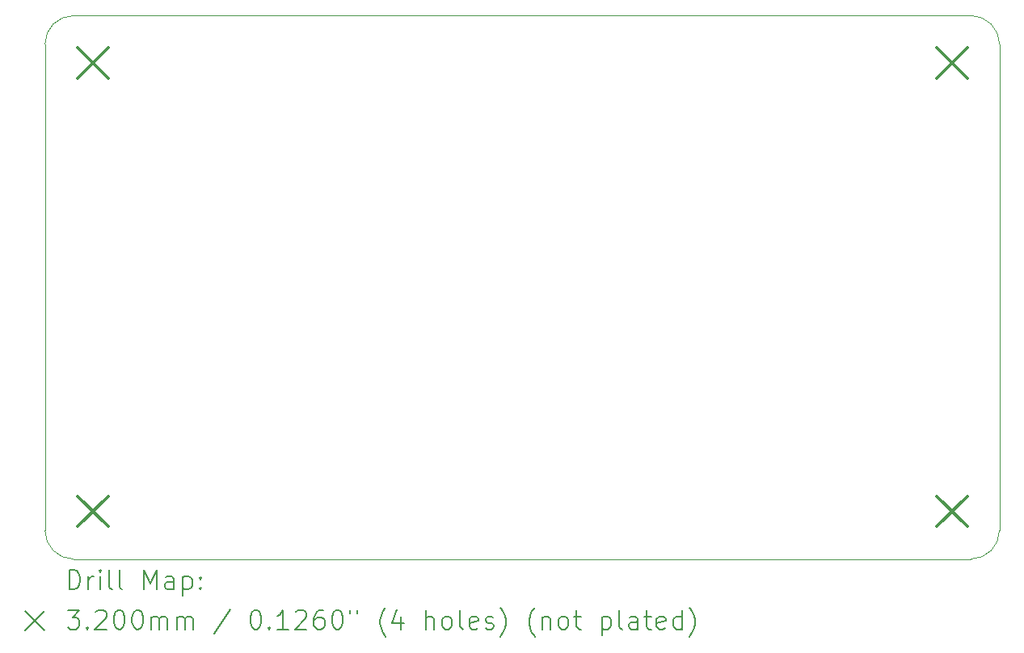
<source format=gbr>
%TF.GenerationSoftware,KiCad,Pcbnew,8.0.4+dfsg-1*%
%TF.CreationDate,2025-03-28T09:18:50+01:00*%
%TF.ProjectId,MiSTeryShield20kRPiPicoUSB,4d695354-6572-4795-9368-69656c643230,V2*%
%TF.SameCoordinates,Original*%
%TF.FileFunction,Drillmap*%
%TF.FilePolarity,Positive*%
%FSLAX45Y45*%
G04 Gerber Fmt 4.5, Leading zero omitted, Abs format (unit mm)*
G04 Created by KiCad (PCBNEW 8.0.4+dfsg-1) date 2025-03-28 09:18:50*
%MOMM*%
%LPD*%
G01*
G04 APERTURE LIST*
%ADD10C,0.100000*%
%ADD11C,0.200000*%
%ADD12C,0.320000*%
G04 APERTURE END LIST*
D10*
X16889200Y-3860000D02*
G75*
G02*
X17189200Y-4160000I0J-300000D01*
G01*
X16889200Y-3860000D02*
X7489200Y-3860000D01*
X17189200Y-9260000D02*
X17189200Y-4160000D01*
X7489200Y-9560000D02*
X16889200Y-9560000D01*
X7489200Y-9560000D02*
G75*
G02*
X7189200Y-9260000I0J300000D01*
G01*
X7189200Y-4160000D02*
X7189200Y-9260000D01*
X7189200Y-4160000D02*
G75*
G02*
X7489200Y-3860000I300000J0D01*
G01*
X17189200Y-9260000D02*
G75*
G02*
X16889200Y-9560000I-300000J0D01*
G01*
D11*
D12*
X7529200Y-4200000D02*
X7849200Y-4520000D01*
X7849200Y-4200000D02*
X7529200Y-4520000D01*
X7529200Y-8900000D02*
X7849200Y-9220000D01*
X7849200Y-8900000D02*
X7529200Y-9220000D01*
X16529200Y-4200000D02*
X16849200Y-4520000D01*
X16849200Y-4200000D02*
X16529200Y-4520000D01*
X16529200Y-8900000D02*
X16849200Y-9220000D01*
X16849200Y-8900000D02*
X16529200Y-9220000D01*
D11*
X7444977Y-9876484D02*
X7444977Y-9676484D01*
X7444977Y-9676484D02*
X7492596Y-9676484D01*
X7492596Y-9676484D02*
X7521167Y-9686008D01*
X7521167Y-9686008D02*
X7540215Y-9705055D01*
X7540215Y-9705055D02*
X7549739Y-9724103D01*
X7549739Y-9724103D02*
X7559262Y-9762198D01*
X7559262Y-9762198D02*
X7559262Y-9790770D01*
X7559262Y-9790770D02*
X7549739Y-9828865D01*
X7549739Y-9828865D02*
X7540215Y-9847912D01*
X7540215Y-9847912D02*
X7521167Y-9866960D01*
X7521167Y-9866960D02*
X7492596Y-9876484D01*
X7492596Y-9876484D02*
X7444977Y-9876484D01*
X7644977Y-9876484D02*
X7644977Y-9743150D01*
X7644977Y-9781246D02*
X7654501Y-9762198D01*
X7654501Y-9762198D02*
X7664024Y-9752674D01*
X7664024Y-9752674D02*
X7683072Y-9743150D01*
X7683072Y-9743150D02*
X7702120Y-9743150D01*
X7768786Y-9876484D02*
X7768786Y-9743150D01*
X7768786Y-9676484D02*
X7759262Y-9686008D01*
X7759262Y-9686008D02*
X7768786Y-9695531D01*
X7768786Y-9695531D02*
X7778310Y-9686008D01*
X7778310Y-9686008D02*
X7768786Y-9676484D01*
X7768786Y-9676484D02*
X7768786Y-9695531D01*
X7892596Y-9876484D02*
X7873548Y-9866960D01*
X7873548Y-9866960D02*
X7864024Y-9847912D01*
X7864024Y-9847912D02*
X7864024Y-9676484D01*
X7997358Y-9876484D02*
X7978310Y-9866960D01*
X7978310Y-9866960D02*
X7968786Y-9847912D01*
X7968786Y-9847912D02*
X7968786Y-9676484D01*
X8225929Y-9876484D02*
X8225929Y-9676484D01*
X8225929Y-9676484D02*
X8292596Y-9819341D01*
X8292596Y-9819341D02*
X8359262Y-9676484D01*
X8359262Y-9676484D02*
X8359262Y-9876484D01*
X8540215Y-9876484D02*
X8540215Y-9771722D01*
X8540215Y-9771722D02*
X8530691Y-9752674D01*
X8530691Y-9752674D02*
X8511644Y-9743150D01*
X8511644Y-9743150D02*
X8473548Y-9743150D01*
X8473548Y-9743150D02*
X8454501Y-9752674D01*
X8540215Y-9866960D02*
X8521167Y-9876484D01*
X8521167Y-9876484D02*
X8473548Y-9876484D01*
X8473548Y-9876484D02*
X8454501Y-9866960D01*
X8454501Y-9866960D02*
X8444977Y-9847912D01*
X8444977Y-9847912D02*
X8444977Y-9828865D01*
X8444977Y-9828865D02*
X8454501Y-9809817D01*
X8454501Y-9809817D02*
X8473548Y-9800293D01*
X8473548Y-9800293D02*
X8521167Y-9800293D01*
X8521167Y-9800293D02*
X8540215Y-9790770D01*
X8635453Y-9743150D02*
X8635453Y-9943150D01*
X8635453Y-9752674D02*
X8654501Y-9743150D01*
X8654501Y-9743150D02*
X8692596Y-9743150D01*
X8692596Y-9743150D02*
X8711644Y-9752674D01*
X8711644Y-9752674D02*
X8721167Y-9762198D01*
X8721167Y-9762198D02*
X8730691Y-9781246D01*
X8730691Y-9781246D02*
X8730691Y-9838389D01*
X8730691Y-9838389D02*
X8721167Y-9857436D01*
X8721167Y-9857436D02*
X8711644Y-9866960D01*
X8711644Y-9866960D02*
X8692596Y-9876484D01*
X8692596Y-9876484D02*
X8654501Y-9876484D01*
X8654501Y-9876484D02*
X8635453Y-9866960D01*
X8816405Y-9857436D02*
X8825929Y-9866960D01*
X8825929Y-9866960D02*
X8816405Y-9876484D01*
X8816405Y-9876484D02*
X8806882Y-9866960D01*
X8806882Y-9866960D02*
X8816405Y-9857436D01*
X8816405Y-9857436D02*
X8816405Y-9876484D01*
X8816405Y-9752674D02*
X8825929Y-9762198D01*
X8825929Y-9762198D02*
X8816405Y-9771722D01*
X8816405Y-9771722D02*
X8806882Y-9762198D01*
X8806882Y-9762198D02*
X8816405Y-9752674D01*
X8816405Y-9752674D02*
X8816405Y-9771722D01*
X6984200Y-10105000D02*
X7184200Y-10305000D01*
X7184200Y-10105000D02*
X6984200Y-10305000D01*
X7425929Y-10096484D02*
X7549739Y-10096484D01*
X7549739Y-10096484D02*
X7483072Y-10172674D01*
X7483072Y-10172674D02*
X7511643Y-10172674D01*
X7511643Y-10172674D02*
X7530691Y-10182198D01*
X7530691Y-10182198D02*
X7540215Y-10191722D01*
X7540215Y-10191722D02*
X7549739Y-10210770D01*
X7549739Y-10210770D02*
X7549739Y-10258389D01*
X7549739Y-10258389D02*
X7540215Y-10277436D01*
X7540215Y-10277436D02*
X7530691Y-10286960D01*
X7530691Y-10286960D02*
X7511643Y-10296484D01*
X7511643Y-10296484D02*
X7454501Y-10296484D01*
X7454501Y-10296484D02*
X7435453Y-10286960D01*
X7435453Y-10286960D02*
X7425929Y-10277436D01*
X7635453Y-10277436D02*
X7644977Y-10286960D01*
X7644977Y-10286960D02*
X7635453Y-10296484D01*
X7635453Y-10296484D02*
X7625929Y-10286960D01*
X7625929Y-10286960D02*
X7635453Y-10277436D01*
X7635453Y-10277436D02*
X7635453Y-10296484D01*
X7721167Y-10115531D02*
X7730691Y-10106008D01*
X7730691Y-10106008D02*
X7749739Y-10096484D01*
X7749739Y-10096484D02*
X7797358Y-10096484D01*
X7797358Y-10096484D02*
X7816405Y-10106008D01*
X7816405Y-10106008D02*
X7825929Y-10115531D01*
X7825929Y-10115531D02*
X7835453Y-10134579D01*
X7835453Y-10134579D02*
X7835453Y-10153627D01*
X7835453Y-10153627D02*
X7825929Y-10182198D01*
X7825929Y-10182198D02*
X7711643Y-10296484D01*
X7711643Y-10296484D02*
X7835453Y-10296484D01*
X7959262Y-10096484D02*
X7978310Y-10096484D01*
X7978310Y-10096484D02*
X7997358Y-10106008D01*
X7997358Y-10106008D02*
X8006882Y-10115531D01*
X8006882Y-10115531D02*
X8016405Y-10134579D01*
X8016405Y-10134579D02*
X8025929Y-10172674D01*
X8025929Y-10172674D02*
X8025929Y-10220293D01*
X8025929Y-10220293D02*
X8016405Y-10258389D01*
X8016405Y-10258389D02*
X8006882Y-10277436D01*
X8006882Y-10277436D02*
X7997358Y-10286960D01*
X7997358Y-10286960D02*
X7978310Y-10296484D01*
X7978310Y-10296484D02*
X7959262Y-10296484D01*
X7959262Y-10296484D02*
X7940215Y-10286960D01*
X7940215Y-10286960D02*
X7930691Y-10277436D01*
X7930691Y-10277436D02*
X7921167Y-10258389D01*
X7921167Y-10258389D02*
X7911643Y-10220293D01*
X7911643Y-10220293D02*
X7911643Y-10172674D01*
X7911643Y-10172674D02*
X7921167Y-10134579D01*
X7921167Y-10134579D02*
X7930691Y-10115531D01*
X7930691Y-10115531D02*
X7940215Y-10106008D01*
X7940215Y-10106008D02*
X7959262Y-10096484D01*
X8149739Y-10096484D02*
X8168786Y-10096484D01*
X8168786Y-10096484D02*
X8187834Y-10106008D01*
X8187834Y-10106008D02*
X8197358Y-10115531D01*
X8197358Y-10115531D02*
X8206882Y-10134579D01*
X8206882Y-10134579D02*
X8216405Y-10172674D01*
X8216405Y-10172674D02*
X8216405Y-10220293D01*
X8216405Y-10220293D02*
X8206882Y-10258389D01*
X8206882Y-10258389D02*
X8197358Y-10277436D01*
X8197358Y-10277436D02*
X8187834Y-10286960D01*
X8187834Y-10286960D02*
X8168786Y-10296484D01*
X8168786Y-10296484D02*
X8149739Y-10296484D01*
X8149739Y-10296484D02*
X8130691Y-10286960D01*
X8130691Y-10286960D02*
X8121167Y-10277436D01*
X8121167Y-10277436D02*
X8111643Y-10258389D01*
X8111643Y-10258389D02*
X8102120Y-10220293D01*
X8102120Y-10220293D02*
X8102120Y-10172674D01*
X8102120Y-10172674D02*
X8111643Y-10134579D01*
X8111643Y-10134579D02*
X8121167Y-10115531D01*
X8121167Y-10115531D02*
X8130691Y-10106008D01*
X8130691Y-10106008D02*
X8149739Y-10096484D01*
X8302120Y-10296484D02*
X8302120Y-10163150D01*
X8302120Y-10182198D02*
X8311643Y-10172674D01*
X8311643Y-10172674D02*
X8330691Y-10163150D01*
X8330691Y-10163150D02*
X8359263Y-10163150D01*
X8359263Y-10163150D02*
X8378310Y-10172674D01*
X8378310Y-10172674D02*
X8387834Y-10191722D01*
X8387834Y-10191722D02*
X8387834Y-10296484D01*
X8387834Y-10191722D02*
X8397358Y-10172674D01*
X8397358Y-10172674D02*
X8416405Y-10163150D01*
X8416405Y-10163150D02*
X8444977Y-10163150D01*
X8444977Y-10163150D02*
X8464025Y-10172674D01*
X8464025Y-10172674D02*
X8473548Y-10191722D01*
X8473548Y-10191722D02*
X8473548Y-10296484D01*
X8568786Y-10296484D02*
X8568786Y-10163150D01*
X8568786Y-10182198D02*
X8578310Y-10172674D01*
X8578310Y-10172674D02*
X8597358Y-10163150D01*
X8597358Y-10163150D02*
X8625929Y-10163150D01*
X8625929Y-10163150D02*
X8644977Y-10172674D01*
X8644977Y-10172674D02*
X8654501Y-10191722D01*
X8654501Y-10191722D02*
X8654501Y-10296484D01*
X8654501Y-10191722D02*
X8664025Y-10172674D01*
X8664025Y-10172674D02*
X8683072Y-10163150D01*
X8683072Y-10163150D02*
X8711644Y-10163150D01*
X8711644Y-10163150D02*
X8730691Y-10172674D01*
X8730691Y-10172674D02*
X8740215Y-10191722D01*
X8740215Y-10191722D02*
X8740215Y-10296484D01*
X9130691Y-10086960D02*
X8959263Y-10344103D01*
X9387834Y-10096484D02*
X9406882Y-10096484D01*
X9406882Y-10096484D02*
X9425929Y-10106008D01*
X9425929Y-10106008D02*
X9435453Y-10115531D01*
X9435453Y-10115531D02*
X9444977Y-10134579D01*
X9444977Y-10134579D02*
X9454501Y-10172674D01*
X9454501Y-10172674D02*
X9454501Y-10220293D01*
X9454501Y-10220293D02*
X9444977Y-10258389D01*
X9444977Y-10258389D02*
X9435453Y-10277436D01*
X9435453Y-10277436D02*
X9425929Y-10286960D01*
X9425929Y-10286960D02*
X9406882Y-10296484D01*
X9406882Y-10296484D02*
X9387834Y-10296484D01*
X9387834Y-10296484D02*
X9368787Y-10286960D01*
X9368787Y-10286960D02*
X9359263Y-10277436D01*
X9359263Y-10277436D02*
X9349739Y-10258389D01*
X9349739Y-10258389D02*
X9340215Y-10220293D01*
X9340215Y-10220293D02*
X9340215Y-10172674D01*
X9340215Y-10172674D02*
X9349739Y-10134579D01*
X9349739Y-10134579D02*
X9359263Y-10115531D01*
X9359263Y-10115531D02*
X9368787Y-10106008D01*
X9368787Y-10106008D02*
X9387834Y-10096484D01*
X9540215Y-10277436D02*
X9549739Y-10286960D01*
X9549739Y-10286960D02*
X9540215Y-10296484D01*
X9540215Y-10296484D02*
X9530691Y-10286960D01*
X9530691Y-10286960D02*
X9540215Y-10277436D01*
X9540215Y-10277436D02*
X9540215Y-10296484D01*
X9740215Y-10296484D02*
X9625929Y-10296484D01*
X9683072Y-10296484D02*
X9683072Y-10096484D01*
X9683072Y-10096484D02*
X9664025Y-10125055D01*
X9664025Y-10125055D02*
X9644977Y-10144103D01*
X9644977Y-10144103D02*
X9625929Y-10153627D01*
X9816406Y-10115531D02*
X9825929Y-10106008D01*
X9825929Y-10106008D02*
X9844977Y-10096484D01*
X9844977Y-10096484D02*
X9892596Y-10096484D01*
X9892596Y-10096484D02*
X9911644Y-10106008D01*
X9911644Y-10106008D02*
X9921168Y-10115531D01*
X9921168Y-10115531D02*
X9930691Y-10134579D01*
X9930691Y-10134579D02*
X9930691Y-10153627D01*
X9930691Y-10153627D02*
X9921168Y-10182198D01*
X9921168Y-10182198D02*
X9806882Y-10296484D01*
X9806882Y-10296484D02*
X9930691Y-10296484D01*
X10102120Y-10096484D02*
X10064025Y-10096484D01*
X10064025Y-10096484D02*
X10044977Y-10106008D01*
X10044977Y-10106008D02*
X10035453Y-10115531D01*
X10035453Y-10115531D02*
X10016406Y-10144103D01*
X10016406Y-10144103D02*
X10006882Y-10182198D01*
X10006882Y-10182198D02*
X10006882Y-10258389D01*
X10006882Y-10258389D02*
X10016406Y-10277436D01*
X10016406Y-10277436D02*
X10025929Y-10286960D01*
X10025929Y-10286960D02*
X10044977Y-10296484D01*
X10044977Y-10296484D02*
X10083072Y-10296484D01*
X10083072Y-10296484D02*
X10102120Y-10286960D01*
X10102120Y-10286960D02*
X10111644Y-10277436D01*
X10111644Y-10277436D02*
X10121168Y-10258389D01*
X10121168Y-10258389D02*
X10121168Y-10210770D01*
X10121168Y-10210770D02*
X10111644Y-10191722D01*
X10111644Y-10191722D02*
X10102120Y-10182198D01*
X10102120Y-10182198D02*
X10083072Y-10172674D01*
X10083072Y-10172674D02*
X10044977Y-10172674D01*
X10044977Y-10172674D02*
X10025929Y-10182198D01*
X10025929Y-10182198D02*
X10016406Y-10191722D01*
X10016406Y-10191722D02*
X10006882Y-10210770D01*
X10244977Y-10096484D02*
X10264025Y-10096484D01*
X10264025Y-10096484D02*
X10283072Y-10106008D01*
X10283072Y-10106008D02*
X10292596Y-10115531D01*
X10292596Y-10115531D02*
X10302120Y-10134579D01*
X10302120Y-10134579D02*
X10311644Y-10172674D01*
X10311644Y-10172674D02*
X10311644Y-10220293D01*
X10311644Y-10220293D02*
X10302120Y-10258389D01*
X10302120Y-10258389D02*
X10292596Y-10277436D01*
X10292596Y-10277436D02*
X10283072Y-10286960D01*
X10283072Y-10286960D02*
X10264025Y-10296484D01*
X10264025Y-10296484D02*
X10244977Y-10296484D01*
X10244977Y-10296484D02*
X10225929Y-10286960D01*
X10225929Y-10286960D02*
X10216406Y-10277436D01*
X10216406Y-10277436D02*
X10206882Y-10258389D01*
X10206882Y-10258389D02*
X10197358Y-10220293D01*
X10197358Y-10220293D02*
X10197358Y-10172674D01*
X10197358Y-10172674D02*
X10206882Y-10134579D01*
X10206882Y-10134579D02*
X10216406Y-10115531D01*
X10216406Y-10115531D02*
X10225929Y-10106008D01*
X10225929Y-10106008D02*
X10244977Y-10096484D01*
X10387834Y-10096484D02*
X10387834Y-10134579D01*
X10464025Y-10096484D02*
X10464025Y-10134579D01*
X10759263Y-10372674D02*
X10749739Y-10363150D01*
X10749739Y-10363150D02*
X10730691Y-10334579D01*
X10730691Y-10334579D02*
X10721168Y-10315531D01*
X10721168Y-10315531D02*
X10711644Y-10286960D01*
X10711644Y-10286960D02*
X10702120Y-10239341D01*
X10702120Y-10239341D02*
X10702120Y-10201246D01*
X10702120Y-10201246D02*
X10711644Y-10153627D01*
X10711644Y-10153627D02*
X10721168Y-10125055D01*
X10721168Y-10125055D02*
X10730691Y-10106008D01*
X10730691Y-10106008D02*
X10749739Y-10077436D01*
X10749739Y-10077436D02*
X10759263Y-10067912D01*
X10921168Y-10163150D02*
X10921168Y-10296484D01*
X10873549Y-10086960D02*
X10825930Y-10229817D01*
X10825930Y-10229817D02*
X10949739Y-10229817D01*
X11178311Y-10296484D02*
X11178311Y-10096484D01*
X11264025Y-10296484D02*
X11264025Y-10191722D01*
X11264025Y-10191722D02*
X11254501Y-10172674D01*
X11254501Y-10172674D02*
X11235453Y-10163150D01*
X11235453Y-10163150D02*
X11206882Y-10163150D01*
X11206882Y-10163150D02*
X11187834Y-10172674D01*
X11187834Y-10172674D02*
X11178311Y-10182198D01*
X11387834Y-10296484D02*
X11368787Y-10286960D01*
X11368787Y-10286960D02*
X11359263Y-10277436D01*
X11359263Y-10277436D02*
X11349739Y-10258389D01*
X11349739Y-10258389D02*
X11349739Y-10201246D01*
X11349739Y-10201246D02*
X11359263Y-10182198D01*
X11359263Y-10182198D02*
X11368787Y-10172674D01*
X11368787Y-10172674D02*
X11387834Y-10163150D01*
X11387834Y-10163150D02*
X11416406Y-10163150D01*
X11416406Y-10163150D02*
X11435453Y-10172674D01*
X11435453Y-10172674D02*
X11444977Y-10182198D01*
X11444977Y-10182198D02*
X11454501Y-10201246D01*
X11454501Y-10201246D02*
X11454501Y-10258389D01*
X11454501Y-10258389D02*
X11444977Y-10277436D01*
X11444977Y-10277436D02*
X11435453Y-10286960D01*
X11435453Y-10286960D02*
X11416406Y-10296484D01*
X11416406Y-10296484D02*
X11387834Y-10296484D01*
X11568787Y-10296484D02*
X11549739Y-10286960D01*
X11549739Y-10286960D02*
X11540215Y-10267912D01*
X11540215Y-10267912D02*
X11540215Y-10096484D01*
X11721168Y-10286960D02*
X11702120Y-10296484D01*
X11702120Y-10296484D02*
X11664025Y-10296484D01*
X11664025Y-10296484D02*
X11644977Y-10286960D01*
X11644977Y-10286960D02*
X11635453Y-10267912D01*
X11635453Y-10267912D02*
X11635453Y-10191722D01*
X11635453Y-10191722D02*
X11644977Y-10172674D01*
X11644977Y-10172674D02*
X11664025Y-10163150D01*
X11664025Y-10163150D02*
X11702120Y-10163150D01*
X11702120Y-10163150D02*
X11721168Y-10172674D01*
X11721168Y-10172674D02*
X11730691Y-10191722D01*
X11730691Y-10191722D02*
X11730691Y-10210770D01*
X11730691Y-10210770D02*
X11635453Y-10229817D01*
X11806882Y-10286960D02*
X11825930Y-10296484D01*
X11825930Y-10296484D02*
X11864025Y-10296484D01*
X11864025Y-10296484D02*
X11883072Y-10286960D01*
X11883072Y-10286960D02*
X11892596Y-10267912D01*
X11892596Y-10267912D02*
X11892596Y-10258389D01*
X11892596Y-10258389D02*
X11883072Y-10239341D01*
X11883072Y-10239341D02*
X11864025Y-10229817D01*
X11864025Y-10229817D02*
X11835453Y-10229817D01*
X11835453Y-10229817D02*
X11816406Y-10220293D01*
X11816406Y-10220293D02*
X11806882Y-10201246D01*
X11806882Y-10201246D02*
X11806882Y-10191722D01*
X11806882Y-10191722D02*
X11816406Y-10172674D01*
X11816406Y-10172674D02*
X11835453Y-10163150D01*
X11835453Y-10163150D02*
X11864025Y-10163150D01*
X11864025Y-10163150D02*
X11883072Y-10172674D01*
X11959263Y-10372674D02*
X11968787Y-10363150D01*
X11968787Y-10363150D02*
X11987834Y-10334579D01*
X11987834Y-10334579D02*
X11997358Y-10315531D01*
X11997358Y-10315531D02*
X12006882Y-10286960D01*
X12006882Y-10286960D02*
X12016406Y-10239341D01*
X12016406Y-10239341D02*
X12016406Y-10201246D01*
X12016406Y-10201246D02*
X12006882Y-10153627D01*
X12006882Y-10153627D02*
X11997358Y-10125055D01*
X11997358Y-10125055D02*
X11987834Y-10106008D01*
X11987834Y-10106008D02*
X11968787Y-10077436D01*
X11968787Y-10077436D02*
X11959263Y-10067912D01*
X12321168Y-10372674D02*
X12311644Y-10363150D01*
X12311644Y-10363150D02*
X12292596Y-10334579D01*
X12292596Y-10334579D02*
X12283072Y-10315531D01*
X12283072Y-10315531D02*
X12273549Y-10286960D01*
X12273549Y-10286960D02*
X12264025Y-10239341D01*
X12264025Y-10239341D02*
X12264025Y-10201246D01*
X12264025Y-10201246D02*
X12273549Y-10153627D01*
X12273549Y-10153627D02*
X12283072Y-10125055D01*
X12283072Y-10125055D02*
X12292596Y-10106008D01*
X12292596Y-10106008D02*
X12311644Y-10077436D01*
X12311644Y-10077436D02*
X12321168Y-10067912D01*
X12397358Y-10163150D02*
X12397358Y-10296484D01*
X12397358Y-10182198D02*
X12406882Y-10172674D01*
X12406882Y-10172674D02*
X12425930Y-10163150D01*
X12425930Y-10163150D02*
X12454501Y-10163150D01*
X12454501Y-10163150D02*
X12473549Y-10172674D01*
X12473549Y-10172674D02*
X12483072Y-10191722D01*
X12483072Y-10191722D02*
X12483072Y-10296484D01*
X12606882Y-10296484D02*
X12587834Y-10286960D01*
X12587834Y-10286960D02*
X12578311Y-10277436D01*
X12578311Y-10277436D02*
X12568787Y-10258389D01*
X12568787Y-10258389D02*
X12568787Y-10201246D01*
X12568787Y-10201246D02*
X12578311Y-10182198D01*
X12578311Y-10182198D02*
X12587834Y-10172674D01*
X12587834Y-10172674D02*
X12606882Y-10163150D01*
X12606882Y-10163150D02*
X12635453Y-10163150D01*
X12635453Y-10163150D02*
X12654501Y-10172674D01*
X12654501Y-10172674D02*
X12664025Y-10182198D01*
X12664025Y-10182198D02*
X12673549Y-10201246D01*
X12673549Y-10201246D02*
X12673549Y-10258389D01*
X12673549Y-10258389D02*
X12664025Y-10277436D01*
X12664025Y-10277436D02*
X12654501Y-10286960D01*
X12654501Y-10286960D02*
X12635453Y-10296484D01*
X12635453Y-10296484D02*
X12606882Y-10296484D01*
X12730692Y-10163150D02*
X12806882Y-10163150D01*
X12759263Y-10096484D02*
X12759263Y-10267912D01*
X12759263Y-10267912D02*
X12768787Y-10286960D01*
X12768787Y-10286960D02*
X12787834Y-10296484D01*
X12787834Y-10296484D02*
X12806882Y-10296484D01*
X13025930Y-10163150D02*
X13025930Y-10363150D01*
X13025930Y-10172674D02*
X13044977Y-10163150D01*
X13044977Y-10163150D02*
X13083073Y-10163150D01*
X13083073Y-10163150D02*
X13102120Y-10172674D01*
X13102120Y-10172674D02*
X13111644Y-10182198D01*
X13111644Y-10182198D02*
X13121168Y-10201246D01*
X13121168Y-10201246D02*
X13121168Y-10258389D01*
X13121168Y-10258389D02*
X13111644Y-10277436D01*
X13111644Y-10277436D02*
X13102120Y-10286960D01*
X13102120Y-10286960D02*
X13083073Y-10296484D01*
X13083073Y-10296484D02*
X13044977Y-10296484D01*
X13044977Y-10296484D02*
X13025930Y-10286960D01*
X13235453Y-10296484D02*
X13216406Y-10286960D01*
X13216406Y-10286960D02*
X13206882Y-10267912D01*
X13206882Y-10267912D02*
X13206882Y-10096484D01*
X13397358Y-10296484D02*
X13397358Y-10191722D01*
X13397358Y-10191722D02*
X13387834Y-10172674D01*
X13387834Y-10172674D02*
X13368787Y-10163150D01*
X13368787Y-10163150D02*
X13330692Y-10163150D01*
X13330692Y-10163150D02*
X13311644Y-10172674D01*
X13397358Y-10286960D02*
X13378311Y-10296484D01*
X13378311Y-10296484D02*
X13330692Y-10296484D01*
X13330692Y-10296484D02*
X13311644Y-10286960D01*
X13311644Y-10286960D02*
X13302120Y-10267912D01*
X13302120Y-10267912D02*
X13302120Y-10248865D01*
X13302120Y-10248865D02*
X13311644Y-10229817D01*
X13311644Y-10229817D02*
X13330692Y-10220293D01*
X13330692Y-10220293D02*
X13378311Y-10220293D01*
X13378311Y-10220293D02*
X13397358Y-10210770D01*
X13464025Y-10163150D02*
X13540215Y-10163150D01*
X13492596Y-10096484D02*
X13492596Y-10267912D01*
X13492596Y-10267912D02*
X13502120Y-10286960D01*
X13502120Y-10286960D02*
X13521168Y-10296484D01*
X13521168Y-10296484D02*
X13540215Y-10296484D01*
X13683073Y-10286960D02*
X13664025Y-10296484D01*
X13664025Y-10296484D02*
X13625930Y-10296484D01*
X13625930Y-10296484D02*
X13606882Y-10286960D01*
X13606882Y-10286960D02*
X13597358Y-10267912D01*
X13597358Y-10267912D02*
X13597358Y-10191722D01*
X13597358Y-10191722D02*
X13606882Y-10172674D01*
X13606882Y-10172674D02*
X13625930Y-10163150D01*
X13625930Y-10163150D02*
X13664025Y-10163150D01*
X13664025Y-10163150D02*
X13683073Y-10172674D01*
X13683073Y-10172674D02*
X13692596Y-10191722D01*
X13692596Y-10191722D02*
X13692596Y-10210770D01*
X13692596Y-10210770D02*
X13597358Y-10229817D01*
X13864025Y-10296484D02*
X13864025Y-10096484D01*
X13864025Y-10286960D02*
X13844977Y-10296484D01*
X13844977Y-10296484D02*
X13806882Y-10296484D01*
X13806882Y-10296484D02*
X13787834Y-10286960D01*
X13787834Y-10286960D02*
X13778311Y-10277436D01*
X13778311Y-10277436D02*
X13768787Y-10258389D01*
X13768787Y-10258389D02*
X13768787Y-10201246D01*
X13768787Y-10201246D02*
X13778311Y-10182198D01*
X13778311Y-10182198D02*
X13787834Y-10172674D01*
X13787834Y-10172674D02*
X13806882Y-10163150D01*
X13806882Y-10163150D02*
X13844977Y-10163150D01*
X13844977Y-10163150D02*
X13864025Y-10172674D01*
X13940215Y-10372674D02*
X13949739Y-10363150D01*
X13949739Y-10363150D02*
X13968787Y-10334579D01*
X13968787Y-10334579D02*
X13978311Y-10315531D01*
X13978311Y-10315531D02*
X13987834Y-10286960D01*
X13987834Y-10286960D02*
X13997358Y-10239341D01*
X13997358Y-10239341D02*
X13997358Y-10201246D01*
X13997358Y-10201246D02*
X13987834Y-10153627D01*
X13987834Y-10153627D02*
X13978311Y-10125055D01*
X13978311Y-10125055D02*
X13968787Y-10106008D01*
X13968787Y-10106008D02*
X13949739Y-10077436D01*
X13949739Y-10077436D02*
X13940215Y-10067912D01*
M02*

</source>
